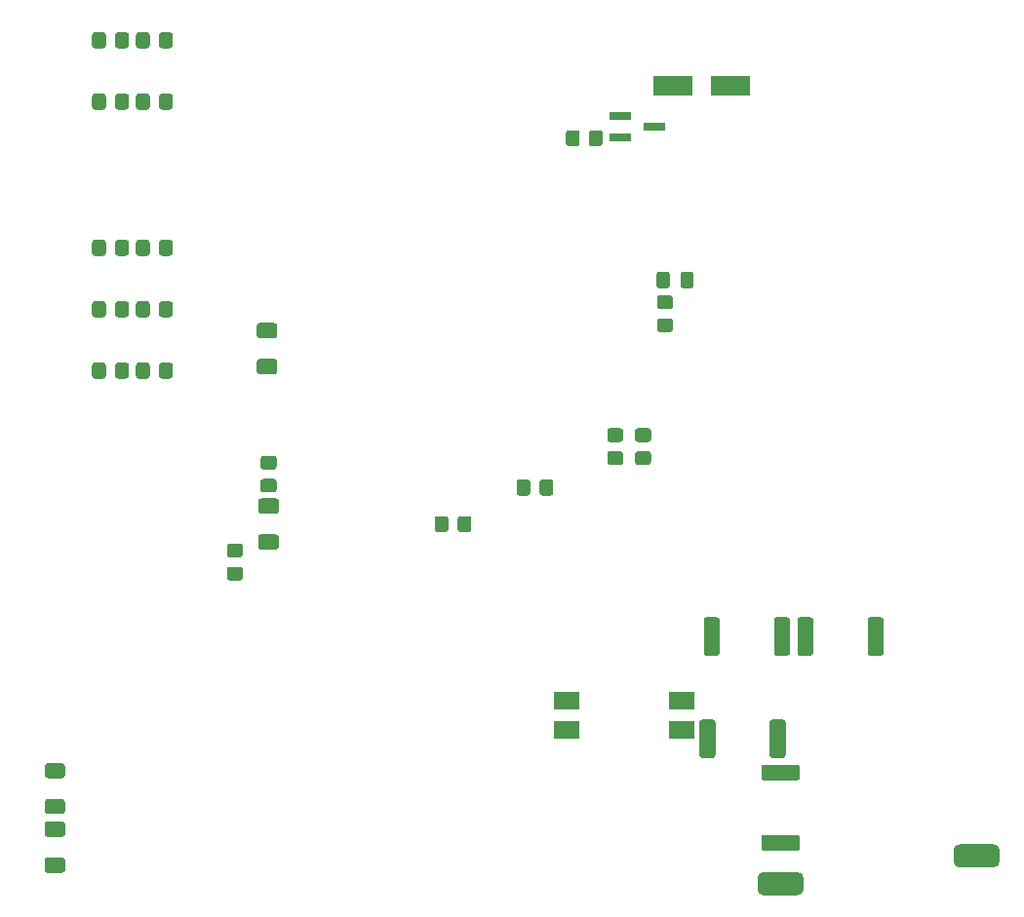
<source format=gbr>
%TF.GenerationSoftware,KiCad,Pcbnew,(5.1.8)-1*%
%TF.CreationDate,2021-03-17T21:52:08+01:00*%
%TF.ProjectId,sensactOutdoor,73656e73-6163-4744-9f75-74646f6f722e,rev?*%
%TF.SameCoordinates,Original*%
%TF.FileFunction,Paste,Bot*%
%TF.FilePolarity,Positive*%
%FSLAX46Y46*%
G04 Gerber Fmt 4.6, Leading zero omitted, Abs format (unit mm)*
G04 Created by KiCad (PCBNEW (5.1.8)-1) date 2021-03-17 21:52:08*
%MOMM*%
%LPD*%
G01*
G04 APERTURE LIST*
%ADD10R,2.300000X1.500000*%
%ADD11R,1.900000X0.800000*%
%ADD12R,3.500000X1.800000*%
G04 APERTURE END LIST*
%TO.C,R31*%
G36*
G01*
X95060000Y-89055001D02*
X95060000Y-86204999D01*
G75*
G02*
X95309999Y-85955000I249999J0D01*
G01*
X96210001Y-85955000D01*
G75*
G02*
X96460000Y-86204999I0J-249999D01*
G01*
X96460000Y-89055001D01*
G75*
G02*
X96210001Y-89305000I-249999J0D01*
G01*
X95309999Y-89305000D01*
G75*
G02*
X95060000Y-89055001I0J249999D01*
G01*
G37*
G36*
G01*
X88960000Y-89055001D02*
X88960000Y-86204999D01*
G75*
G02*
X89209999Y-85955000I249999J0D01*
G01*
X90110001Y-85955000D01*
G75*
G02*
X90360000Y-86204999I0J-249999D01*
G01*
X90360000Y-89055001D01*
G75*
G02*
X90110001Y-89305000I-249999J0D01*
G01*
X89209999Y-89305000D01*
G75*
G02*
X88960000Y-89055001I0J249999D01*
G01*
G37*
%TD*%
%TO.C,R32*%
G36*
G01*
X67180000Y-68510999D02*
X67180000Y-69411001D01*
G75*
G02*
X66930001Y-69661000I-249999J0D01*
G01*
X66229999Y-69661000D01*
G75*
G02*
X65980000Y-69411001I0J249999D01*
G01*
X65980000Y-68510999D01*
G75*
G02*
X66229999Y-68261000I249999J0D01*
G01*
X66930001Y-68261000D01*
G75*
G02*
X67180000Y-68510999I0J-249999D01*
G01*
G37*
G36*
G01*
X69180000Y-68510999D02*
X69180000Y-69411001D01*
G75*
G02*
X68930001Y-69661000I-249999J0D01*
G01*
X68229999Y-69661000D01*
G75*
G02*
X67980000Y-69411001I0J249999D01*
G01*
X67980000Y-68510999D01*
G75*
G02*
X68229999Y-68261000I249999J0D01*
G01*
X68930001Y-68261000D01*
G75*
G02*
X69180000Y-68510999I0J-249999D01*
G01*
G37*
%TD*%
%TO.C,Ce*%
G36*
G01*
X50911999Y-69861000D02*
X52212001Y-69861000D01*
G75*
G02*
X52462000Y-70110999I0J-249999D01*
G01*
X52462000Y-70936001D01*
G75*
G02*
X52212001Y-71186000I-249999J0D01*
G01*
X50911999Y-71186000D01*
G75*
G02*
X50662000Y-70936001I0J249999D01*
G01*
X50662000Y-70110999D01*
G75*
G02*
X50911999Y-69861000I249999J0D01*
G01*
G37*
G36*
G01*
X50911999Y-66736000D02*
X52212001Y-66736000D01*
G75*
G02*
X52462000Y-66985999I0J-249999D01*
G01*
X52462000Y-67811001D01*
G75*
G02*
X52212001Y-68061000I-249999J0D01*
G01*
X50911999Y-68061000D01*
G75*
G02*
X50662000Y-67811001I0J249999D01*
G01*
X50662000Y-66985999D01*
G75*
G02*
X50911999Y-66736000I249999J0D01*
G01*
G37*
%TD*%
%TO.C,J15*%
G36*
G01*
X97512000Y-101203000D02*
X94512000Y-101203000D01*
G75*
G02*
X94012000Y-100703000I0J500000D01*
G01*
X94012000Y-99703000D01*
G75*
G02*
X94512000Y-99203000I500000J0D01*
G01*
X97512000Y-99203000D01*
G75*
G02*
X98012000Y-99703000I0J-500000D01*
G01*
X98012000Y-100703000D01*
G75*
G02*
X97512000Y-101203000I-500000J0D01*
G01*
G37*
%TD*%
%TO.C,J14*%
G36*
G01*
X111530000Y-96790000D02*
X114530000Y-96790000D01*
G75*
G02*
X115030000Y-97290000I0J-500000D01*
G01*
X115030000Y-98290000D01*
G75*
G02*
X114530000Y-98790000I-500000J0D01*
G01*
X111530000Y-98790000D01*
G75*
G02*
X111030000Y-98290000I0J500000D01*
G01*
X111030000Y-97290000D01*
G75*
G02*
X111530000Y-96790000I500000J0D01*
G01*
G37*
%TD*%
D10*
%TO.C,U8*%
X77423000Y-84328000D03*
X77423000Y-86868000D03*
X87423000Y-86868000D03*
X87423000Y-84328000D03*
%TD*%
%TO.C,R30*%
G36*
G01*
X94586999Y-95951000D02*
X97437001Y-95951000D01*
G75*
G02*
X97687000Y-96200999I0J-249999D01*
G01*
X97687000Y-97101001D01*
G75*
G02*
X97437001Y-97351000I-249999J0D01*
G01*
X94586999Y-97351000D01*
G75*
G02*
X94337000Y-97101001I0J249999D01*
G01*
X94337000Y-96200999D01*
G75*
G02*
X94586999Y-95951000I249999J0D01*
G01*
G37*
G36*
G01*
X94586999Y-89851000D02*
X97437001Y-89851000D01*
G75*
G02*
X97687000Y-90100999I0J-249999D01*
G01*
X97687000Y-91001001D01*
G75*
G02*
X97437001Y-91251000I-249999J0D01*
G01*
X94586999Y-91251000D01*
G75*
G02*
X94337000Y-91001001I0J249999D01*
G01*
X94337000Y-90100999D01*
G75*
G02*
X94586999Y-89851000I249999J0D01*
G01*
G37*
%TD*%
%TO.C,R28*%
G36*
G01*
X103569000Y-80165001D02*
X103569000Y-77314999D01*
G75*
G02*
X103818999Y-77065000I249999J0D01*
G01*
X104719001Y-77065000D01*
G75*
G02*
X104969000Y-77314999I0J-249999D01*
G01*
X104969000Y-80165001D01*
G75*
G02*
X104719001Y-80415000I-249999J0D01*
G01*
X103818999Y-80415000D01*
G75*
G02*
X103569000Y-80165001I0J249999D01*
G01*
G37*
G36*
G01*
X97469000Y-80165001D02*
X97469000Y-77314999D01*
G75*
G02*
X97718999Y-77065000I249999J0D01*
G01*
X98619001Y-77065000D01*
G75*
G02*
X98869000Y-77314999I0J-249999D01*
G01*
X98869000Y-80165001D01*
G75*
G02*
X98619001Y-80415000I-249999J0D01*
G01*
X97718999Y-80415000D01*
G75*
G02*
X97469000Y-80165001I0J249999D01*
G01*
G37*
%TD*%
%TO.C,R16*%
G36*
G01*
X95441000Y-80165001D02*
X95441000Y-77314999D01*
G75*
G02*
X95690999Y-77065000I249999J0D01*
G01*
X96591001Y-77065000D01*
G75*
G02*
X96841000Y-77314999I0J-249999D01*
G01*
X96841000Y-80165001D01*
G75*
G02*
X96591001Y-80415000I-249999J0D01*
G01*
X95690999Y-80415000D01*
G75*
G02*
X95441000Y-80165001I0J249999D01*
G01*
G37*
G36*
G01*
X89341000Y-80165001D02*
X89341000Y-77314999D01*
G75*
G02*
X89590999Y-77065000I249999J0D01*
G01*
X90491001Y-77065000D01*
G75*
G02*
X90741000Y-77314999I0J-249999D01*
G01*
X90741000Y-80165001D01*
G75*
G02*
X90491001Y-80415000I-249999J0D01*
G01*
X89590999Y-80415000D01*
G75*
G02*
X89341000Y-80165001I0J249999D01*
G01*
G37*
%TD*%
%TO.C,R29*%
G36*
G01*
X52012001Y-64227000D02*
X51111999Y-64227000D01*
G75*
G02*
X50862000Y-63977001I0J249999D01*
G01*
X50862000Y-63276999D01*
G75*
G02*
X51111999Y-63027000I249999J0D01*
G01*
X52012001Y-63027000D01*
G75*
G02*
X52262000Y-63276999I0J-249999D01*
G01*
X52262000Y-63977001D01*
G75*
G02*
X52012001Y-64227000I-249999J0D01*
G01*
G37*
G36*
G01*
X52012001Y-66227000D02*
X51111999Y-66227000D01*
G75*
G02*
X50862000Y-65977001I0J249999D01*
G01*
X50862000Y-65276999D01*
G75*
G02*
X51111999Y-65027000I249999J0D01*
G01*
X52012001Y-65027000D01*
G75*
G02*
X52262000Y-65276999I0J-249999D01*
G01*
X52262000Y-65977001D01*
G75*
G02*
X52012001Y-66227000I-249999J0D01*
G01*
G37*
%TD*%
D11*
%TO.C,Q6*%
X85066000Y-34417000D03*
X82066000Y-33467000D03*
X82066000Y-35367000D03*
%TD*%
D12*
%TO.C,D4*%
X91654000Y-30861000D03*
X86654000Y-30861000D03*
%TD*%
%TO.C,C22*%
G36*
G01*
X52085001Y-52821000D02*
X50784999Y-52821000D01*
G75*
G02*
X50535000Y-52571001I0J249999D01*
G01*
X50535000Y-51745999D01*
G75*
G02*
X50784999Y-51496000I249999J0D01*
G01*
X52085001Y-51496000D01*
G75*
G02*
X52335000Y-51745999I0J-249999D01*
G01*
X52335000Y-52571001D01*
G75*
G02*
X52085001Y-52821000I-249999J0D01*
G01*
G37*
G36*
G01*
X52085001Y-55946000D02*
X50784999Y-55946000D01*
G75*
G02*
X50535000Y-55696001I0J249999D01*
G01*
X50535000Y-54870999D01*
G75*
G02*
X50784999Y-54621000I249999J0D01*
G01*
X52085001Y-54621000D01*
G75*
G02*
X52335000Y-54870999I0J-249999D01*
G01*
X52335000Y-55696001D01*
G75*
G02*
X52085001Y-55946000I-249999J0D01*
G01*
G37*
%TD*%
%TO.C,R27*%
G36*
G01*
X75092000Y-66236001D02*
X75092000Y-65335999D01*
G75*
G02*
X75341999Y-65086000I249999J0D01*
G01*
X76042001Y-65086000D01*
G75*
G02*
X76292000Y-65335999I0J-249999D01*
G01*
X76292000Y-66236001D01*
G75*
G02*
X76042001Y-66486000I-249999J0D01*
G01*
X75341999Y-66486000D01*
G75*
G02*
X75092000Y-66236001I0J249999D01*
G01*
G37*
G36*
G01*
X73092000Y-66236001D02*
X73092000Y-65335999D01*
G75*
G02*
X73341999Y-65086000I249999J0D01*
G01*
X74042001Y-65086000D01*
G75*
G02*
X74292000Y-65335999I0J-249999D01*
G01*
X74292000Y-66236001D01*
G75*
G02*
X74042001Y-66486000I-249999J0D01*
G01*
X73341999Y-66486000D01*
G75*
G02*
X73092000Y-66236001I0J249999D01*
G01*
G37*
%TD*%
%TO.C,R26*%
G36*
G01*
X82111001Y-61830000D02*
X81210999Y-61830000D01*
G75*
G02*
X80961000Y-61580001I0J249999D01*
G01*
X80961000Y-60879999D01*
G75*
G02*
X81210999Y-60630000I249999J0D01*
G01*
X82111001Y-60630000D01*
G75*
G02*
X82361000Y-60879999I0J-249999D01*
G01*
X82361000Y-61580001D01*
G75*
G02*
X82111001Y-61830000I-249999J0D01*
G01*
G37*
G36*
G01*
X82111001Y-63830000D02*
X81210999Y-63830000D01*
G75*
G02*
X80961000Y-63580001I0J249999D01*
G01*
X80961000Y-62879999D01*
G75*
G02*
X81210999Y-62630000I249999J0D01*
G01*
X82111001Y-62630000D01*
G75*
G02*
X82361000Y-62879999I0J-249999D01*
G01*
X82361000Y-63580001D01*
G75*
G02*
X82111001Y-63830000I-249999J0D01*
G01*
G37*
%TD*%
%TO.C,R25*%
G36*
G01*
X84524001Y-61830000D02*
X83623999Y-61830000D01*
G75*
G02*
X83374000Y-61580001I0J249999D01*
G01*
X83374000Y-60879999D01*
G75*
G02*
X83623999Y-60630000I249999J0D01*
G01*
X84524001Y-60630000D01*
G75*
G02*
X84774000Y-60879999I0J-249999D01*
G01*
X84774000Y-61580001D01*
G75*
G02*
X84524001Y-61830000I-249999J0D01*
G01*
G37*
G36*
G01*
X84524001Y-63830000D02*
X83623999Y-63830000D01*
G75*
G02*
X83374000Y-63580001I0J249999D01*
G01*
X83374000Y-62879999D01*
G75*
G02*
X83623999Y-62630000I249999J0D01*
G01*
X84524001Y-62630000D01*
G75*
G02*
X84774000Y-62879999I0J-249999D01*
G01*
X84774000Y-63580001D01*
G75*
G02*
X84524001Y-63830000I-249999J0D01*
G01*
G37*
%TD*%
%TO.C,R9*%
G36*
G01*
X85528999Y-51089000D02*
X86429001Y-51089000D01*
G75*
G02*
X86679000Y-51338999I0J-249999D01*
G01*
X86679000Y-52039001D01*
G75*
G02*
X86429001Y-52289000I-249999J0D01*
G01*
X85528999Y-52289000D01*
G75*
G02*
X85279000Y-52039001I0J249999D01*
G01*
X85279000Y-51338999D01*
G75*
G02*
X85528999Y-51089000I249999J0D01*
G01*
G37*
G36*
G01*
X85528999Y-49089000D02*
X86429001Y-49089000D01*
G75*
G02*
X86679000Y-49338999I0J-249999D01*
G01*
X86679000Y-50039001D01*
G75*
G02*
X86429001Y-50289000I-249999J0D01*
G01*
X85528999Y-50289000D01*
G75*
G02*
X85279000Y-50039001I0J249999D01*
G01*
X85279000Y-49338999D01*
G75*
G02*
X85528999Y-49089000I249999J0D01*
G01*
G37*
%TD*%
%TO.C,C15*%
G36*
G01*
X86418000Y-47277000D02*
X86418000Y-48227000D01*
G75*
G02*
X86168000Y-48477000I-250000J0D01*
G01*
X85493000Y-48477000D01*
G75*
G02*
X85243000Y-48227000I0J250000D01*
G01*
X85243000Y-47277000D01*
G75*
G02*
X85493000Y-47027000I250000J0D01*
G01*
X86168000Y-47027000D01*
G75*
G02*
X86418000Y-47277000I0J-250000D01*
G01*
G37*
G36*
G01*
X88493000Y-47277000D02*
X88493000Y-48227000D01*
G75*
G02*
X88243000Y-48477000I-250000J0D01*
G01*
X87568000Y-48477000D01*
G75*
G02*
X87318000Y-48227000I0J250000D01*
G01*
X87318000Y-47277000D01*
G75*
G02*
X87568000Y-47027000I250000J0D01*
G01*
X88243000Y-47027000D01*
G75*
G02*
X88493000Y-47277000I0J-250000D01*
G01*
G37*
%TD*%
%TO.C,R21*%
G36*
G01*
X41256000Y-49841999D02*
X41256000Y-50742001D01*
G75*
G02*
X41006001Y-50992000I-249999J0D01*
G01*
X40305999Y-50992000D01*
G75*
G02*
X40056000Y-50742001I0J249999D01*
G01*
X40056000Y-49841999D01*
G75*
G02*
X40305999Y-49592000I249999J0D01*
G01*
X41006001Y-49592000D01*
G75*
G02*
X41256000Y-49841999I0J-249999D01*
G01*
G37*
G36*
G01*
X43256000Y-49841999D02*
X43256000Y-50742001D01*
G75*
G02*
X43006001Y-50992000I-249999J0D01*
G01*
X42305999Y-50992000D01*
G75*
G02*
X42056000Y-50742001I0J249999D01*
G01*
X42056000Y-49841999D01*
G75*
G02*
X42305999Y-49592000I249999J0D01*
G01*
X43006001Y-49592000D01*
G75*
G02*
X43256000Y-49841999I0J-249999D01*
G01*
G37*
%TD*%
%TO.C,R19*%
G36*
G01*
X41256000Y-44507999D02*
X41256000Y-45408001D01*
G75*
G02*
X41006001Y-45658000I-249999J0D01*
G01*
X40305999Y-45658000D01*
G75*
G02*
X40056000Y-45408001I0J249999D01*
G01*
X40056000Y-44507999D01*
G75*
G02*
X40305999Y-44258000I249999J0D01*
G01*
X41006001Y-44258000D01*
G75*
G02*
X41256000Y-44507999I0J-249999D01*
G01*
G37*
G36*
G01*
X43256000Y-44507999D02*
X43256000Y-45408001D01*
G75*
G02*
X43006001Y-45658000I-249999J0D01*
G01*
X42305999Y-45658000D01*
G75*
G02*
X42056000Y-45408001I0J249999D01*
G01*
X42056000Y-44507999D01*
G75*
G02*
X42305999Y-44258000I249999J0D01*
G01*
X43006001Y-44258000D01*
G75*
G02*
X43256000Y-44507999I0J-249999D01*
G01*
G37*
%TD*%
%TO.C,R22*%
G36*
G01*
X37446000Y-49841999D02*
X37446000Y-50742001D01*
G75*
G02*
X37196001Y-50992000I-249999J0D01*
G01*
X36495999Y-50992000D01*
G75*
G02*
X36246000Y-50742001I0J249999D01*
G01*
X36246000Y-49841999D01*
G75*
G02*
X36495999Y-49592000I249999J0D01*
G01*
X37196001Y-49592000D01*
G75*
G02*
X37446000Y-49841999I0J-249999D01*
G01*
G37*
G36*
G01*
X39446000Y-49841999D02*
X39446000Y-50742001D01*
G75*
G02*
X39196001Y-50992000I-249999J0D01*
G01*
X38495999Y-50992000D01*
G75*
G02*
X38246000Y-50742001I0J249999D01*
G01*
X38246000Y-49841999D01*
G75*
G02*
X38495999Y-49592000I249999J0D01*
G01*
X39196001Y-49592000D01*
G75*
G02*
X39446000Y-49841999I0J-249999D01*
G01*
G37*
%TD*%
%TO.C,R20*%
G36*
G01*
X37446000Y-44507999D02*
X37446000Y-45408001D01*
G75*
G02*
X37196001Y-45658000I-249999J0D01*
G01*
X36495999Y-45658000D01*
G75*
G02*
X36246000Y-45408001I0J249999D01*
G01*
X36246000Y-44507999D01*
G75*
G02*
X36495999Y-44258000I249999J0D01*
G01*
X37196001Y-44258000D01*
G75*
G02*
X37446000Y-44507999I0J-249999D01*
G01*
G37*
G36*
G01*
X39446000Y-44507999D02*
X39446000Y-45408001D01*
G75*
G02*
X39196001Y-45658000I-249999J0D01*
G01*
X38495999Y-45658000D01*
G75*
G02*
X38246000Y-45408001I0J249999D01*
G01*
X38246000Y-44507999D01*
G75*
G02*
X38495999Y-44258000I249999J0D01*
G01*
X39196001Y-44258000D01*
G75*
G02*
X39446000Y-44507999I0J-249999D01*
G01*
G37*
%TD*%
%TO.C,R18*%
G36*
G01*
X37446000Y-31807999D02*
X37446000Y-32708001D01*
G75*
G02*
X37196001Y-32958000I-249999J0D01*
G01*
X36495999Y-32958000D01*
G75*
G02*
X36246000Y-32708001I0J249999D01*
G01*
X36246000Y-31807999D01*
G75*
G02*
X36495999Y-31558000I249999J0D01*
G01*
X37196001Y-31558000D01*
G75*
G02*
X37446000Y-31807999I0J-249999D01*
G01*
G37*
G36*
G01*
X39446000Y-31807999D02*
X39446000Y-32708001D01*
G75*
G02*
X39196001Y-32958000I-249999J0D01*
G01*
X38495999Y-32958000D01*
G75*
G02*
X38246000Y-32708001I0J249999D01*
G01*
X38246000Y-31807999D01*
G75*
G02*
X38495999Y-31558000I249999J0D01*
G01*
X39196001Y-31558000D01*
G75*
G02*
X39446000Y-31807999I0J-249999D01*
G01*
G37*
%TD*%
%TO.C,R17*%
G36*
G01*
X41256000Y-31807999D02*
X41256000Y-32708001D01*
G75*
G02*
X41006001Y-32958000I-249999J0D01*
G01*
X40305999Y-32958000D01*
G75*
G02*
X40056000Y-32708001I0J249999D01*
G01*
X40056000Y-31807999D01*
G75*
G02*
X40305999Y-31558000I249999J0D01*
G01*
X41006001Y-31558000D01*
G75*
G02*
X41256000Y-31807999I0J-249999D01*
G01*
G37*
G36*
G01*
X43256000Y-31807999D02*
X43256000Y-32708001D01*
G75*
G02*
X43006001Y-32958000I-249999J0D01*
G01*
X42305999Y-32958000D01*
G75*
G02*
X42056000Y-32708001I0J249999D01*
G01*
X42056000Y-31807999D01*
G75*
G02*
X42305999Y-31558000I249999J0D01*
G01*
X43006001Y-31558000D01*
G75*
G02*
X43256000Y-31807999I0J-249999D01*
G01*
G37*
%TD*%
%TO.C,R15*%
G36*
G01*
X37446000Y-26473999D02*
X37446000Y-27374001D01*
G75*
G02*
X37196001Y-27624000I-249999J0D01*
G01*
X36495999Y-27624000D01*
G75*
G02*
X36246000Y-27374001I0J249999D01*
G01*
X36246000Y-26473999D01*
G75*
G02*
X36495999Y-26224000I249999J0D01*
G01*
X37196001Y-26224000D01*
G75*
G02*
X37446000Y-26473999I0J-249999D01*
G01*
G37*
G36*
G01*
X39446000Y-26473999D02*
X39446000Y-27374001D01*
G75*
G02*
X39196001Y-27624000I-249999J0D01*
G01*
X38495999Y-27624000D01*
G75*
G02*
X38246000Y-27374001I0J249999D01*
G01*
X38246000Y-26473999D01*
G75*
G02*
X38495999Y-26224000I249999J0D01*
G01*
X39196001Y-26224000D01*
G75*
G02*
X39446000Y-26473999I0J-249999D01*
G01*
G37*
%TD*%
%TO.C,R14*%
G36*
G01*
X41256000Y-26473999D02*
X41256000Y-27374001D01*
G75*
G02*
X41006001Y-27624000I-249999J0D01*
G01*
X40305999Y-27624000D01*
G75*
G02*
X40056000Y-27374001I0J249999D01*
G01*
X40056000Y-26473999D01*
G75*
G02*
X40305999Y-26224000I249999J0D01*
G01*
X41006001Y-26224000D01*
G75*
G02*
X41256000Y-26473999I0J-249999D01*
G01*
G37*
G36*
G01*
X43256000Y-26473999D02*
X43256000Y-27374001D01*
G75*
G02*
X43006001Y-27624000I-249999J0D01*
G01*
X42305999Y-27624000D01*
G75*
G02*
X42056000Y-27374001I0J249999D01*
G01*
X42056000Y-26473999D01*
G75*
G02*
X42305999Y-26224000I249999J0D01*
G01*
X43006001Y-26224000D01*
G75*
G02*
X43256000Y-26473999I0J-249999D01*
G01*
G37*
%TD*%
%TO.C,R13*%
G36*
G01*
X49091001Y-71863000D02*
X48190999Y-71863000D01*
G75*
G02*
X47941000Y-71613001I0J249999D01*
G01*
X47941000Y-70912999D01*
G75*
G02*
X48190999Y-70663000I249999J0D01*
G01*
X49091001Y-70663000D01*
G75*
G02*
X49341000Y-70912999I0J-249999D01*
G01*
X49341000Y-71613001D01*
G75*
G02*
X49091001Y-71863000I-249999J0D01*
G01*
G37*
G36*
G01*
X49091001Y-73863000D02*
X48190999Y-73863000D01*
G75*
G02*
X47941000Y-73613001I0J249999D01*
G01*
X47941000Y-72912999D01*
G75*
G02*
X48190999Y-72663000I249999J0D01*
G01*
X49091001Y-72663000D01*
G75*
G02*
X49341000Y-72912999I0J-249999D01*
G01*
X49341000Y-73613001D01*
G75*
G02*
X49091001Y-73863000I-249999J0D01*
G01*
G37*
%TD*%
%TO.C,R12*%
G36*
G01*
X37446000Y-55175999D02*
X37446000Y-56076001D01*
G75*
G02*
X37196001Y-56326000I-249999J0D01*
G01*
X36495999Y-56326000D01*
G75*
G02*
X36246000Y-56076001I0J249999D01*
G01*
X36246000Y-55175999D01*
G75*
G02*
X36495999Y-54926000I249999J0D01*
G01*
X37196001Y-54926000D01*
G75*
G02*
X37446000Y-55175999I0J-249999D01*
G01*
G37*
G36*
G01*
X39446000Y-55175999D02*
X39446000Y-56076001D01*
G75*
G02*
X39196001Y-56326000I-249999J0D01*
G01*
X38495999Y-56326000D01*
G75*
G02*
X38246000Y-56076001I0J249999D01*
G01*
X38246000Y-55175999D01*
G75*
G02*
X38495999Y-54926000I249999J0D01*
G01*
X39196001Y-54926000D01*
G75*
G02*
X39446000Y-55175999I0J-249999D01*
G01*
G37*
%TD*%
%TO.C,R11*%
G36*
G01*
X41256000Y-55175999D02*
X41256000Y-56076001D01*
G75*
G02*
X41006001Y-56326000I-249999J0D01*
G01*
X40305999Y-56326000D01*
G75*
G02*
X40056000Y-56076001I0J249999D01*
G01*
X40056000Y-55175999D01*
G75*
G02*
X40305999Y-54926000I249999J0D01*
G01*
X41006001Y-54926000D01*
G75*
G02*
X41256000Y-55175999I0J-249999D01*
G01*
G37*
G36*
G01*
X43256000Y-55175999D02*
X43256000Y-56076001D01*
G75*
G02*
X43006001Y-56326000I-249999J0D01*
G01*
X42305999Y-56326000D01*
G75*
G02*
X42056000Y-56076001I0J249999D01*
G01*
X42056000Y-55175999D01*
G75*
G02*
X42305999Y-54926000I249999J0D01*
G01*
X43006001Y-54926000D01*
G75*
G02*
X43256000Y-55175999I0J-249999D01*
G01*
G37*
%TD*%
%TO.C,R5*%
G36*
G01*
X79378000Y-35883001D02*
X79378000Y-34982999D01*
G75*
G02*
X79627999Y-34733000I249999J0D01*
G01*
X80328001Y-34733000D01*
G75*
G02*
X80578000Y-34982999I0J-249999D01*
G01*
X80578000Y-35883001D01*
G75*
G02*
X80328001Y-36133000I-249999J0D01*
G01*
X79627999Y-36133000D01*
G75*
G02*
X79378000Y-35883001I0J249999D01*
G01*
G37*
G36*
G01*
X77378000Y-35883001D02*
X77378000Y-34982999D01*
G75*
G02*
X77627999Y-34733000I249999J0D01*
G01*
X78328001Y-34733000D01*
G75*
G02*
X78578000Y-34982999I0J-249999D01*
G01*
X78578000Y-35883001D01*
G75*
G02*
X78328001Y-36133000I-249999J0D01*
G01*
X77627999Y-36133000D01*
G75*
G02*
X77378000Y-35883001I0J249999D01*
G01*
G37*
%TD*%
%TO.C,R2*%
G36*
G01*
X32395000Y-92848000D02*
X33645000Y-92848000D01*
G75*
G02*
X33895000Y-93098000I0J-250000D01*
G01*
X33895000Y-93898000D01*
G75*
G02*
X33645000Y-94148000I-250000J0D01*
G01*
X32395000Y-94148000D01*
G75*
G02*
X32145000Y-93898000I0J250000D01*
G01*
X32145000Y-93098000D01*
G75*
G02*
X32395000Y-92848000I250000J0D01*
G01*
G37*
G36*
G01*
X32395000Y-89748000D02*
X33645000Y-89748000D01*
G75*
G02*
X33895000Y-89998000I0J-250000D01*
G01*
X33895000Y-90798000D01*
G75*
G02*
X33645000Y-91048000I-250000J0D01*
G01*
X32395000Y-91048000D01*
G75*
G02*
X32145000Y-90798000I0J250000D01*
G01*
X32145000Y-89998000D01*
G75*
G02*
X32395000Y-89748000I250000J0D01*
G01*
G37*
%TD*%
%TO.C,C10*%
G36*
G01*
X33670001Y-96128000D02*
X32369999Y-96128000D01*
G75*
G02*
X32120000Y-95878001I0J249999D01*
G01*
X32120000Y-95052999D01*
G75*
G02*
X32369999Y-94803000I249999J0D01*
G01*
X33670001Y-94803000D01*
G75*
G02*
X33920000Y-95052999I0J-249999D01*
G01*
X33920000Y-95878001D01*
G75*
G02*
X33670001Y-96128000I-249999J0D01*
G01*
G37*
G36*
G01*
X33670001Y-99253000D02*
X32369999Y-99253000D01*
G75*
G02*
X32120000Y-99003001I0J249999D01*
G01*
X32120000Y-98177999D01*
G75*
G02*
X32369999Y-97928000I249999J0D01*
G01*
X33670001Y-97928000D01*
G75*
G02*
X33920000Y-98177999I0J-249999D01*
G01*
X33920000Y-99003001D01*
G75*
G02*
X33670001Y-99253000I-249999J0D01*
G01*
G37*
%TD*%
M02*

</source>
